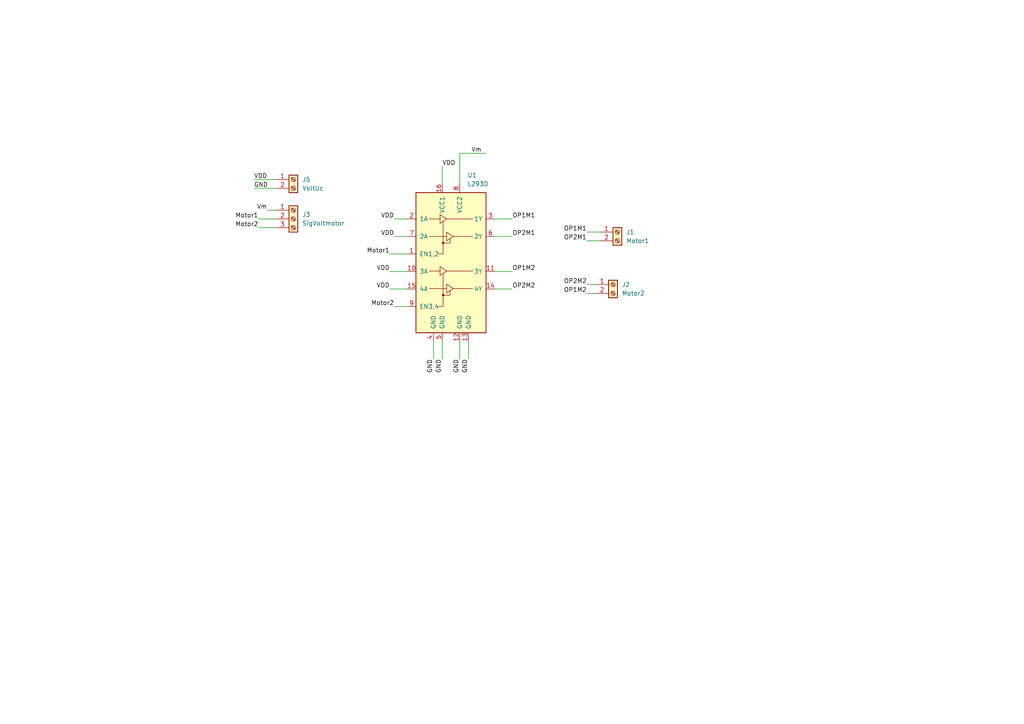
<source format=kicad_sch>
(kicad_sch (version 20230121) (generator eeschema)
  (paper "A4")
  (lib_symbols
    (symbol "Connector:Screw_Terminal_01x02" (pin_names (offset 1.016) hide)
      (property "Reference" "J" (at 0 2.54 0))
      (property "Value" "Screw_Terminal_01x02" (at 0 -5.08 0))
      (symbol "Screw_Terminal_01x02_1_1"
        (rectangle (start -1.27 1.27) (end 1.27 -3.81) (stroke (width 0.254)) (fill (type background)))
        (circle (center 0 -2.54) (radius 0.635) (stroke (width 0.1524)))
        (polyline (pts (xy -0.5334 -2.2098) (xy 0.3302 -3.048)) (stroke (width 0.1524)))
        (polyline (pts (xy -0.5334 0.3302) (xy 0.3302 -0.508)) (stroke (width 0.1524)))
        (polyline (pts (xy -0.3556 -2.032) (xy 0.508 -2.8702)) (stroke (width 0.1524)))
        (polyline (pts (xy -0.3556 0.508) (xy 0.508 -0.3302)) (stroke (width 0.1524)))
        (circle (center 0 0) (radius 0.635) (stroke (width 0.1524)))
        (pin passive line (at -5.08 0 0) (length 3.81) (name "Pin_1") (number "1"))
        (pin passive line (at -5.08 -2.54 0) (length 3.81) (name "Pin_2") (number "2"))
      )
    )
    (symbol "Connector:Screw_Terminal_01x03" (pin_names (offset 1.016) hide)
      (property "Reference" "J" (at 0 5.08 0))
      (property "Value" "Screw_Terminal_01x03" (at 0 -5.08 0))
      (symbol "Screw_Terminal_01x03_1_1"
        (rectangle (start -1.27 3.81) (end 1.27 -3.81) (stroke (width 0.254)) (fill (type background)))
        (circle (center 0 -2.54) (radius 0.635) (stroke (width 0.1524)))
        (polyline (pts (xy -0.5334 -2.2098) (xy 0.3302 -3.048)) (stroke (width 0.1524)))
        (polyline (pts (xy -0.5334 0.3302) (xy 0.3302 -0.508)) (stroke (width 0.1524)))
        (polyline (pts (xy -0.5334 2.8702) (xy 0.3302 2.032)) (stroke (width 0.1524)))
        (polyline (pts (xy -0.3556 -2.032) (xy 0.508 -2.8702)) (stroke (width 0.1524)))
        (polyline (pts (xy -0.3556 0.508) (xy 0.508 -0.3302)) (stroke (width 0.1524)))
        (polyline (pts (xy -0.3556 3.048) (xy 0.508 2.2098)) (stroke (width 0.1524)))
        (circle (center 0 0) (radius 0.635) (stroke (width 0.1524)))
        (circle (center 0 2.54) (radius 0.635) (stroke (width 0.1524)))
        (pin passive line (at -5.08 2.54 0) (length 3.81) (name "Pin_1") (number "1"))
        (pin passive line (at -5.08 0 0) (length 3.81) (name "Pin_2") (number "2"))
        (pin passive line (at -5.08 -2.54 0) (length 3.81) (name "Pin_3") (number "3"))
      )
    )
    (symbol "Driver_Motor:L293D" (pin_names (offset 1.016))
      (property "Reference" "U" (at -5.08 26.035 0))
      (property "Value" "L293D" (at -5.08 24.13 0))
      (symbol "L293D_0_1"
        (rectangle (start -10.16 22.86) (end 10.16 -17.78) (stroke (width 0.254)) (fill (type background)))
        (circle (center -2.286 -6.858) (radius 0.254) (fill (type outline)))
        (circle (center -2.286 8.255) (radius 0.254) (fill (type outline)))
        (polyline (pts (xy -6.35 -4.953) (xy -1.27 -4.953)))
        (polyline (pts (xy -6.35 0.127) (xy -3.175 0.127)))
        (polyline (pts (xy -6.35 10.16) (xy -1.27 10.16)))
        (polyline (pts (xy -6.35 15.24) (xy -3.175 15.24)))
        (polyline (pts (xy -1.27 0.127) (xy 6.35 0.127)))
        (polyline (pts (xy -1.27 15.24) (xy 6.35 15.24)))
        (polyline (pts (xy 0.635 -4.953) (xy 6.35 -4.953)))
        (polyline (pts (xy 0.635 10.16) (xy 6.35 10.16)))
        (polyline (pts (xy -2.286 -6.858) (xy -0.254 -6.858) (xy -0.254 -5.588)))
        (polyline (pts (xy -2.286 -0.635) (xy -2.286 -10.16) (xy -3.556 -10.16)))
        (polyline (pts (xy -2.286 8.255) (xy -0.254 8.255) (xy -0.254 9.525)))
        (polyline (pts (xy -2.286 14.478) (xy -2.286 5.08) (xy -3.556 5.08)))
        (polyline (pts (xy -3.175 1.397) (xy -3.175 -1.143) (xy -1.27 0.127) (xy -3.175 1.397)))
        (polyline (pts (xy -3.175 16.51) (xy -3.175 13.97) (xy -1.27 15.24) (xy -3.175 16.51)))
        (polyline (pts (xy -1.27 -3.683) (xy -1.27 -6.223) (xy 0.635 -4.953) (xy -1.27 -3.683)))
        (polyline (pts (xy -1.27 11.43) (xy -1.27 8.89) (xy 0.635 10.16) (xy -1.27 11.43)))
      )
      (symbol "L293D_1_1"
        (pin input line (at -12.7 5.08 0) (length 2.54) (name "EN1,2") (number "1"))
        (pin input line (at -12.7 0 0) (length 2.54) (name "3A") (number "10"))
        (pin output line (at 12.7 0 180) (length 2.54) (name "3Y") (number "11"))
        (pin power_in line (at 2.54 -20.32 90) (length 2.54) (name "GND") (number "12"))
        (pin power_in line (at 5.08 -20.32 90) (length 2.54) (name "GND") (number "13"))
        (pin output line (at 12.7 -5.08 180) (length 2.54) (name "4Y") (number "14"))
        (pin input line (at -12.7 -5.08 0) (length 2.54) (name "4A") (number "15"))
        (pin power_in line (at -2.54 25.4 270) (length 2.54) (name "VCC1") (number "16"))
        (pin input line (at -12.7 15.24 0) (length 2.54) (name "1A") (number "2"))
        (pin output line (at 12.7 15.24 180) (length 2.54) (name "1Y") (number "3"))
        (pin power_in line (at -5.08 -20.32 90) (length 2.54) (name "GND") (number "4"))
        (pin power_in line (at -2.54 -20.32 90) (length 2.54) (name "GND") (number "5"))
        (pin output line (at 12.7 10.16 180) (length 2.54) (name "2Y") (number "6"))
        (pin input line (at -12.7 10.16 0) (length 2.54) (name "2A") (number "7"))
        (pin power_in line (at 2.54 25.4 270) (length 2.54) (name "VCC2") (number "8"))
        (pin input line (at -12.7 -10.16 0) (length 2.54) (name "EN3,4") (number "9"))
      )
    )
  )
  (wire (pts (xy 135.89 99.06) (xy 135.89 104.14)))
  (wire (pts (xy 73.66 54.61) (xy 80.01 54.61)))
  (wire (pts (xy 133.35 44.45) (xy 133.35 53.34)))
  (wire (pts (xy 143.51 63.5) (xy 148.59 63.5)))
  (wire (pts (xy 143.51 68.58) (xy 148.59 68.58)))
  (wire (pts (xy 77.47 60.96) (xy 80.01 60.96)))
  (wire (pts (xy 74.93 63.5) (xy 80.01 63.5)))
  (wire (pts (xy 114.3 63.5) (xy 118.11 63.5)))
  (wire (pts (xy 128.27 48.26) (xy 128.27 53.34)))
  (wire (pts (xy 73.66 52.07) (xy 80.01 52.07)))
  (wire (pts (xy 170.18 85.09) (xy 172.72 85.09)))
  (wire (pts (xy 113.03 83.82) (xy 118.11 83.82)))
  (wire (pts (xy 140.97 44.45) (xy 133.35 44.45)))
  (wire (pts (xy 133.35 99.06) (xy 133.35 104.14)))
  (wire (pts (xy 170.18 82.55) (xy 172.72 82.55)))
  (wire (pts (xy 170.18 69.85) (xy 173.99 69.85)))
  (wire (pts (xy 125.73 99.06) (xy 125.73 104.14)))
  (wire (pts (xy 128.27 99.06) (xy 128.27 104.14)))
  (wire (pts (xy 170.18 67.31) (xy 173.99 67.31)))
  (wire (pts (xy 143.51 78.74) (xy 148.59 78.74)))
  (wire (pts (xy 113.03 73.66) (xy 118.11 73.66)))
  (wire (pts (xy 74.93 66.04) (xy 80.01 66.04)))
  (wire (pts (xy 143.51 83.82) (xy 148.59 83.82)))
  (wire (pts (xy 114.3 88.9) (xy 118.11 88.9)))
  (wire (pts (xy 113.03 78.74) (xy 118.11 78.74)))
  (wire (pts (xy 114.3 68.58) (xy 118.11 68.58)))
  (label "Motor1" (at 113.03 73.66 180))
  (label "GND" (at 133.35 104.14 270))
  (label "Motor2" (at 74.93 66.04 180))
  (label "OP1M1" (at 148.59 63.5 0))
  (label "VDD" (at 128.27 48.26 0))
  (label "VDD" (at 113.03 78.74 180))
  (label "OP1M1" (at 170.18 67.31 180))
  (label "Vm" (at 139.7 44.45 180))
  (label "VDD" (at 113.03 83.82 180))
  (label "GND" (at 73.66 54.61 0))
  (label "GND" (at 128.27 104.14 270))
  (label "OP1M2" (at 170.18 85.09 180))
  (label "OP2M2" (at 148.59 83.82 0))
  (label "Motor2" (at 114.3 88.9 180))
  (label "VDD" (at 73.66 52.07 0))
  (label "OP1M2" (at 148.59 78.74 0))
  (label "Vm" (at 77.47 60.96 180))
  (label "GND" (at 125.73 104.14 270))
  (label "GND" (at 135.89 104.14 270))
  (label "Motor1" (at 74.93 63.5 180))
  (label "OP2M1" (at 148.59 68.58 0))
  (label "VDD" (at 114.3 63.5 180))
  (label "OP2M2" (at 170.18 82.55 180))
  (label "VDD" (at 114.3 68.58 180))
  (label "OP2M1" (at 170.18 69.85 180))
  (symbol (lib_id "Connector:Screw_Terminal_01x02") (at 85.09 52.07 0) (unit 1)
    (property "Reference" "J5" (at 87.63 52.07 0) (effects (justify left)))
    (property "Value" "VoltUc" (at 87.63 54.61 0) (effects (justify left)))
    (property "Footprint" "TerminalBlock:TerminalBlock_bornier-2_P5.08mm" (effects hide))
  )
  (symbol (lib_id "Connector:Screw_Terminal_01x02") (at 179.07 67.31 0) (unit 1)
    (property "Reference" "J1" (at 181.61 67.31 0) (effects (justify left)))
    (property "Value" "Motor1" (at 181.61 69.85 0) (effects (justify left)))
    (property "Footprint" "TerminalBlock:TerminalBlock_bornier-2_P5.08mm" (effects hide))
  )
  (symbol (lib_id "Connector:Screw_Terminal_01x03") (at 85.09 63.5 0) (unit 1)
    (property "Reference" "J3" (at 87.63 62.23 0) (effects (justify left)))
    (property "Value" "SigVoltmotor" (at 87.63 64.77 0) (effects (justify left)))
    (property "Footprint" "TerminalBlock:TerminalBlock_bornier-3_P5.08mm" (effects hide))
  )
  (symbol (lib_id "Driver_Motor:L293D") (at 130.81 78.74 0) (unit 1)
    (property "Reference" "U1" (at 135.5441 50.8 0) (effects (justify left)))
    (property "Value" "L293D" (at 135.5441 53.34 0) (effects (justify left)))
    (property "Footprint" "Package_DIP:DIP-16_W7.62mm" (effects hide))
    (property "Datasheet" "http://www.ti.com/lit/ds/symlink/l293.pdf" (effects hide))
  )
  (symbol (lib_id "Connector:Screw_Terminal_01x02") (at 177.8 82.55 0) (unit 1)
    (property "Reference" "J2" (at 180.34 82.55 0) (effects (justify left)))
    (property "Value" "Motor2" (at 180.34 85.09 0) (effects (justify left)))
    (property "Footprint" "TerminalBlock:TerminalBlock_bornier-2_P5.08mm" (effects hide))
  )
)
</source>
